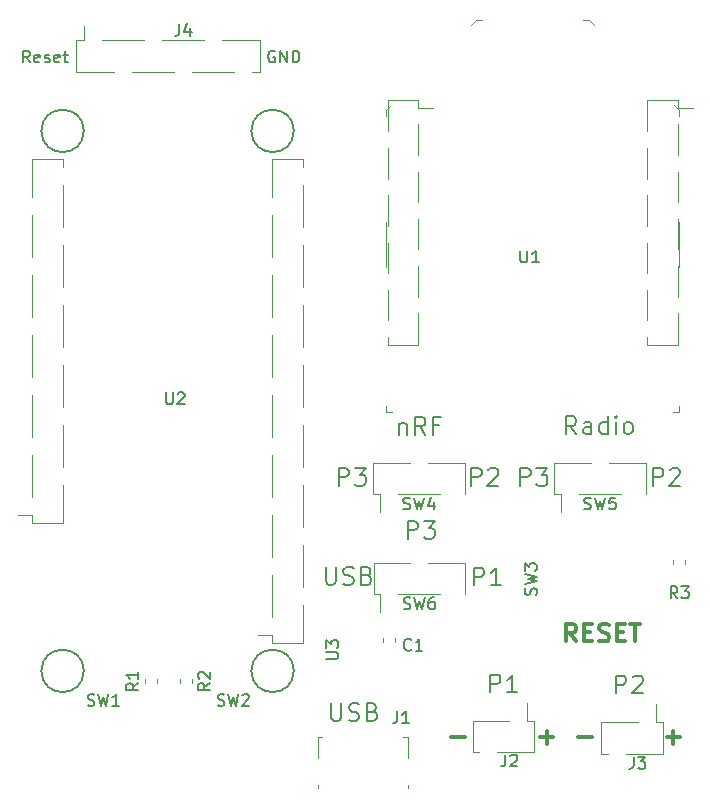
<source format=gto>
G04 #@! TF.GenerationSoftware,KiCad,Pcbnew,(5.0.1)-3*
G04 #@! TF.CreationDate,2019-03-20T13:05:33+01:00*
G04 #@! TF.ProjectId,FeatherWing and xBee motherboard,4665617468657257696E6720616E6420,rev?*
G04 #@! TF.SameCoordinates,Original*
G04 #@! TF.FileFunction,Legend,Top*
G04 #@! TF.FilePolarity,Positive*
%FSLAX46Y46*%
G04 Gerber Fmt 4.6, Leading zero omitted, Abs format (unit mm)*
G04 Created by KiCad (PCBNEW (5.0.1)-3) date 20.03.2019 13:05:33*
%MOMM*%
%LPD*%
G01*
G04 APERTURE LIST*
%ADD10C,0.300000*%
%ADD11C,0.200000*%
%ADD12C,0.150000*%
%ADD13C,0.120000*%
%ADD14C,0.100000*%
G04 APERTURE END LIST*
D10*
X133145428Y-127744571D02*
X132645428Y-127030285D01*
X132288285Y-127744571D02*
X132288285Y-126244571D01*
X132859714Y-126244571D01*
X133002571Y-126316000D01*
X133074000Y-126387428D01*
X133145428Y-126530285D01*
X133145428Y-126744571D01*
X133074000Y-126887428D01*
X133002571Y-126958857D01*
X132859714Y-127030285D01*
X132288285Y-127030285D01*
X133788285Y-126958857D02*
X134288285Y-126958857D01*
X134502571Y-127744571D02*
X133788285Y-127744571D01*
X133788285Y-126244571D01*
X134502571Y-126244571D01*
X135074000Y-127673142D02*
X135288285Y-127744571D01*
X135645428Y-127744571D01*
X135788285Y-127673142D01*
X135859714Y-127601714D01*
X135931142Y-127458857D01*
X135931142Y-127316000D01*
X135859714Y-127173142D01*
X135788285Y-127101714D01*
X135645428Y-127030285D01*
X135359714Y-126958857D01*
X135216857Y-126887428D01*
X135145428Y-126816000D01*
X135074000Y-126673142D01*
X135074000Y-126530285D01*
X135145428Y-126387428D01*
X135216857Y-126316000D01*
X135359714Y-126244571D01*
X135716857Y-126244571D01*
X135931142Y-126316000D01*
X136574000Y-126958857D02*
X137074000Y-126958857D01*
X137288285Y-127744571D02*
X136574000Y-127744571D01*
X136574000Y-126244571D01*
X137288285Y-126244571D01*
X137716857Y-126244571D02*
X138574000Y-126244571D01*
X138145428Y-127744571D02*
X138145428Y-126244571D01*
D11*
X133145428Y-110194571D02*
X132645428Y-109480285D01*
X132288285Y-110194571D02*
X132288285Y-108694571D01*
X132859714Y-108694571D01*
X133002571Y-108766000D01*
X133074000Y-108837428D01*
X133145428Y-108980285D01*
X133145428Y-109194571D01*
X133074000Y-109337428D01*
X133002571Y-109408857D01*
X132859714Y-109480285D01*
X132288285Y-109480285D01*
X134431142Y-110194571D02*
X134431142Y-109408857D01*
X134359714Y-109266000D01*
X134216857Y-109194571D01*
X133931142Y-109194571D01*
X133788285Y-109266000D01*
X134431142Y-110123142D02*
X134288285Y-110194571D01*
X133931142Y-110194571D01*
X133788285Y-110123142D01*
X133716857Y-109980285D01*
X133716857Y-109837428D01*
X133788285Y-109694571D01*
X133931142Y-109623142D01*
X134288285Y-109623142D01*
X134431142Y-109551714D01*
X135788285Y-110194571D02*
X135788285Y-108694571D01*
X135788285Y-110123142D02*
X135645428Y-110194571D01*
X135359714Y-110194571D01*
X135216857Y-110123142D01*
X135145428Y-110051714D01*
X135074000Y-109908857D01*
X135074000Y-109480285D01*
X135145428Y-109337428D01*
X135216857Y-109266000D01*
X135359714Y-109194571D01*
X135645428Y-109194571D01*
X135788285Y-109266000D01*
X136502571Y-110194571D02*
X136502571Y-109194571D01*
X136502571Y-108694571D02*
X136431142Y-108766000D01*
X136502571Y-108837428D01*
X136574000Y-108766000D01*
X136502571Y-108694571D01*
X136502571Y-108837428D01*
X137431142Y-110194571D02*
X137288285Y-110123142D01*
X137216857Y-110051714D01*
X137145428Y-109908857D01*
X137145428Y-109480285D01*
X137216857Y-109337428D01*
X137288285Y-109266000D01*
X137431142Y-109194571D01*
X137645428Y-109194571D01*
X137788285Y-109266000D01*
X137859714Y-109337428D01*
X137931142Y-109480285D01*
X137931142Y-109908857D01*
X137859714Y-110051714D01*
X137788285Y-110123142D01*
X137645428Y-110194571D01*
X137431142Y-110194571D01*
X118159714Y-109244571D02*
X118159714Y-110244571D01*
X118159714Y-109387428D02*
X118231142Y-109316000D01*
X118374000Y-109244571D01*
X118588285Y-109244571D01*
X118731142Y-109316000D01*
X118802571Y-109458857D01*
X118802571Y-110244571D01*
X120374000Y-110244571D02*
X119874000Y-109530285D01*
X119516857Y-110244571D02*
X119516857Y-108744571D01*
X120088285Y-108744571D01*
X120231142Y-108816000D01*
X120302571Y-108887428D01*
X120374000Y-109030285D01*
X120374000Y-109244571D01*
X120302571Y-109387428D01*
X120231142Y-109458857D01*
X120088285Y-109530285D01*
X119516857Y-109530285D01*
X121516857Y-109458857D02*
X121016857Y-109458857D01*
X121016857Y-110244571D02*
X121016857Y-108744571D01*
X121731142Y-108744571D01*
D12*
X107612095Y-77766000D02*
X107516857Y-77718380D01*
X107374000Y-77718380D01*
X107231142Y-77766000D01*
X107135904Y-77861238D01*
X107088285Y-77956476D01*
X107040666Y-78146952D01*
X107040666Y-78289809D01*
X107088285Y-78480285D01*
X107135904Y-78575523D01*
X107231142Y-78670761D01*
X107374000Y-78718380D01*
X107469238Y-78718380D01*
X107612095Y-78670761D01*
X107659714Y-78623142D01*
X107659714Y-78289809D01*
X107469238Y-78289809D01*
X108088285Y-78718380D02*
X108088285Y-77718380D01*
X108659714Y-78718380D01*
X108659714Y-77718380D01*
X109135904Y-78718380D02*
X109135904Y-77718380D01*
X109374000Y-77718380D01*
X109516857Y-77766000D01*
X109612095Y-77861238D01*
X109659714Y-77956476D01*
X109707333Y-78146952D01*
X109707333Y-78289809D01*
X109659714Y-78480285D01*
X109612095Y-78575523D01*
X109516857Y-78670761D01*
X109374000Y-78718380D01*
X109135904Y-78718380D01*
X86885904Y-78718380D02*
X86552571Y-78242190D01*
X86314476Y-78718380D02*
X86314476Y-77718380D01*
X86695428Y-77718380D01*
X86790666Y-77766000D01*
X86838285Y-77813619D01*
X86885904Y-77908857D01*
X86885904Y-78051714D01*
X86838285Y-78146952D01*
X86790666Y-78194571D01*
X86695428Y-78242190D01*
X86314476Y-78242190D01*
X87695428Y-78670761D02*
X87600190Y-78718380D01*
X87409714Y-78718380D01*
X87314476Y-78670761D01*
X87266857Y-78575523D01*
X87266857Y-78194571D01*
X87314476Y-78099333D01*
X87409714Y-78051714D01*
X87600190Y-78051714D01*
X87695428Y-78099333D01*
X87743047Y-78194571D01*
X87743047Y-78289809D01*
X87266857Y-78385047D01*
X88124000Y-78670761D02*
X88219238Y-78718380D01*
X88409714Y-78718380D01*
X88504952Y-78670761D01*
X88552571Y-78575523D01*
X88552571Y-78527904D01*
X88504952Y-78432666D01*
X88409714Y-78385047D01*
X88266857Y-78385047D01*
X88171619Y-78337428D01*
X88124000Y-78242190D01*
X88124000Y-78194571D01*
X88171619Y-78099333D01*
X88266857Y-78051714D01*
X88409714Y-78051714D01*
X88504952Y-78099333D01*
X89362095Y-78670761D02*
X89266857Y-78718380D01*
X89076380Y-78718380D01*
X88981142Y-78670761D01*
X88933523Y-78575523D01*
X88933523Y-78194571D01*
X88981142Y-78099333D01*
X89076380Y-78051714D01*
X89266857Y-78051714D01*
X89362095Y-78099333D01*
X89409714Y-78194571D01*
X89409714Y-78289809D01*
X88933523Y-78385047D01*
X89695428Y-78051714D02*
X90076380Y-78051714D01*
X89838285Y-77718380D02*
X89838285Y-78575523D01*
X89885904Y-78670761D01*
X89981142Y-78718380D01*
X90076380Y-78718380D01*
D10*
X122552571Y-135873142D02*
X123695428Y-135873142D01*
X130052571Y-135873142D02*
X131195428Y-135873142D01*
X130624000Y-136444571D02*
X130624000Y-135301714D01*
X140802571Y-135873142D02*
X141945428Y-135873142D01*
X141374000Y-136444571D02*
X141374000Y-135301714D01*
X133302571Y-135873142D02*
X134445428Y-135873142D01*
D11*
X118866857Y-119044571D02*
X118866857Y-117544571D01*
X119438285Y-117544571D01*
X119581142Y-117616000D01*
X119652571Y-117687428D01*
X119724000Y-117830285D01*
X119724000Y-118044571D01*
X119652571Y-118187428D01*
X119581142Y-118258857D01*
X119438285Y-118330285D01*
X118866857Y-118330285D01*
X120224000Y-117544571D02*
X121152571Y-117544571D01*
X120652571Y-118116000D01*
X120866857Y-118116000D01*
X121009714Y-118187428D01*
X121081142Y-118258857D01*
X121152571Y-118401714D01*
X121152571Y-118758857D01*
X121081142Y-118901714D01*
X121009714Y-118973142D01*
X120866857Y-119044571D01*
X120438285Y-119044571D01*
X120295428Y-118973142D01*
X120224000Y-118901714D01*
X124266857Y-114549571D02*
X124266857Y-113049571D01*
X124838285Y-113049571D01*
X124981142Y-113121000D01*
X125052571Y-113192428D01*
X125124000Y-113335285D01*
X125124000Y-113549571D01*
X125052571Y-113692428D01*
X124981142Y-113763857D01*
X124838285Y-113835285D01*
X124266857Y-113835285D01*
X125695428Y-113192428D02*
X125766857Y-113121000D01*
X125909714Y-113049571D01*
X126266857Y-113049571D01*
X126409714Y-113121000D01*
X126481142Y-113192428D01*
X126552571Y-113335285D01*
X126552571Y-113478142D01*
X126481142Y-113692428D01*
X125624000Y-114549571D01*
X126552571Y-114549571D01*
X139666857Y-114549571D02*
X139666857Y-113049571D01*
X140238285Y-113049571D01*
X140381142Y-113121000D01*
X140452571Y-113192428D01*
X140524000Y-113335285D01*
X140524000Y-113549571D01*
X140452571Y-113692428D01*
X140381142Y-113763857D01*
X140238285Y-113835285D01*
X139666857Y-113835285D01*
X141095428Y-113192428D02*
X141166857Y-113121000D01*
X141309714Y-113049571D01*
X141666857Y-113049571D01*
X141809714Y-113121000D01*
X141881142Y-113192428D01*
X141952571Y-113335285D01*
X141952571Y-113478142D01*
X141881142Y-113692428D01*
X141024000Y-114549571D01*
X141952571Y-114549571D01*
X124466857Y-122994571D02*
X124466857Y-121494571D01*
X125038285Y-121494571D01*
X125181142Y-121566000D01*
X125252571Y-121637428D01*
X125324000Y-121780285D01*
X125324000Y-121994571D01*
X125252571Y-122137428D01*
X125181142Y-122208857D01*
X125038285Y-122280285D01*
X124466857Y-122280285D01*
X126752571Y-122994571D02*
X125895428Y-122994571D01*
X126324000Y-122994571D02*
X126324000Y-121494571D01*
X126181142Y-121708857D01*
X126038285Y-121851714D01*
X125895428Y-121923142D01*
X136501157Y-132136571D02*
X136501157Y-130636571D01*
X137072585Y-130636571D01*
X137215442Y-130708000D01*
X137286871Y-130779428D01*
X137358300Y-130922285D01*
X137358300Y-131136571D01*
X137286871Y-131279428D01*
X137215442Y-131350857D01*
X137072585Y-131422285D01*
X136501157Y-131422285D01*
X137929728Y-130779428D02*
X138001157Y-130708000D01*
X138144014Y-130636571D01*
X138501157Y-130636571D01*
X138644014Y-130708000D01*
X138715442Y-130779428D01*
X138786871Y-130922285D01*
X138786871Y-131065142D01*
X138715442Y-131279428D01*
X137858300Y-132136571D01*
X138786871Y-132136571D01*
X125866857Y-132044571D02*
X125866857Y-130544571D01*
X126438285Y-130544571D01*
X126581142Y-130616000D01*
X126652571Y-130687428D01*
X126724000Y-130830285D01*
X126724000Y-131044571D01*
X126652571Y-131187428D01*
X126581142Y-131258857D01*
X126438285Y-131330285D01*
X125866857Y-131330285D01*
X128152571Y-132044571D02*
X127295428Y-132044571D01*
X127724000Y-132044571D02*
X127724000Y-130544571D01*
X127581142Y-130758857D01*
X127438285Y-130901714D01*
X127295428Y-130973142D01*
X113016857Y-114549571D02*
X113016857Y-113049571D01*
X113588285Y-113049571D01*
X113731142Y-113121000D01*
X113802571Y-113192428D01*
X113874000Y-113335285D01*
X113874000Y-113549571D01*
X113802571Y-113692428D01*
X113731142Y-113763857D01*
X113588285Y-113835285D01*
X113016857Y-113835285D01*
X114374000Y-113049571D02*
X115302571Y-113049571D01*
X114802571Y-113621000D01*
X115016857Y-113621000D01*
X115159714Y-113692428D01*
X115231142Y-113763857D01*
X115302571Y-113906714D01*
X115302571Y-114263857D01*
X115231142Y-114406714D01*
X115159714Y-114478142D01*
X115016857Y-114549571D01*
X114588285Y-114549571D01*
X114445428Y-114478142D01*
X114374000Y-114406714D01*
X111931142Y-121444571D02*
X111931142Y-122658857D01*
X112002571Y-122801714D01*
X112074000Y-122873142D01*
X112216857Y-122944571D01*
X112502571Y-122944571D01*
X112645428Y-122873142D01*
X112716857Y-122801714D01*
X112788285Y-122658857D01*
X112788285Y-121444571D01*
X113431142Y-122873142D02*
X113645428Y-122944571D01*
X114002571Y-122944571D01*
X114145428Y-122873142D01*
X114216857Y-122801714D01*
X114288285Y-122658857D01*
X114288285Y-122516000D01*
X114216857Y-122373142D01*
X114145428Y-122301714D01*
X114002571Y-122230285D01*
X113716857Y-122158857D01*
X113574000Y-122087428D01*
X113502571Y-122016000D01*
X113431142Y-121873142D01*
X113431142Y-121730285D01*
X113502571Y-121587428D01*
X113574000Y-121516000D01*
X113716857Y-121444571D01*
X114074000Y-121444571D01*
X114288285Y-121516000D01*
X115431142Y-122158857D02*
X115645428Y-122230285D01*
X115716857Y-122301714D01*
X115788285Y-122444571D01*
X115788285Y-122658857D01*
X115716857Y-122801714D01*
X115645428Y-122873142D01*
X115502571Y-122944571D01*
X114931142Y-122944571D01*
X114931142Y-121444571D01*
X115431142Y-121444571D01*
X115574000Y-121516000D01*
X115645428Y-121587428D01*
X115716857Y-121730285D01*
X115716857Y-121873142D01*
X115645428Y-122016000D01*
X115574000Y-122087428D01*
X115431142Y-122158857D01*
X114931142Y-122158857D01*
X112385942Y-132972571D02*
X112385942Y-134186857D01*
X112457371Y-134329714D01*
X112528800Y-134401142D01*
X112671657Y-134472571D01*
X112957371Y-134472571D01*
X113100228Y-134401142D01*
X113171657Y-134329714D01*
X113243085Y-134186857D01*
X113243085Y-132972571D01*
X113885942Y-134401142D02*
X114100228Y-134472571D01*
X114457371Y-134472571D01*
X114600228Y-134401142D01*
X114671657Y-134329714D01*
X114743085Y-134186857D01*
X114743085Y-134044000D01*
X114671657Y-133901142D01*
X114600228Y-133829714D01*
X114457371Y-133758285D01*
X114171657Y-133686857D01*
X114028800Y-133615428D01*
X113957371Y-133544000D01*
X113885942Y-133401142D01*
X113885942Y-133258285D01*
X113957371Y-133115428D01*
X114028800Y-133044000D01*
X114171657Y-132972571D01*
X114528800Y-132972571D01*
X114743085Y-133044000D01*
X115885942Y-133686857D02*
X116100228Y-133758285D01*
X116171657Y-133829714D01*
X116243085Y-133972571D01*
X116243085Y-134186857D01*
X116171657Y-134329714D01*
X116100228Y-134401142D01*
X115957371Y-134472571D01*
X115385942Y-134472571D01*
X115385942Y-132972571D01*
X115885942Y-132972571D01*
X116028800Y-133044000D01*
X116100228Y-133115428D01*
X116171657Y-133258285D01*
X116171657Y-133401142D01*
X116100228Y-133544000D01*
X116028800Y-133615428D01*
X115885942Y-133686857D01*
X115385942Y-133686857D01*
X128416857Y-114549571D02*
X128416857Y-113049571D01*
X128988285Y-113049571D01*
X129131142Y-113121000D01*
X129202571Y-113192428D01*
X129274000Y-113335285D01*
X129274000Y-113549571D01*
X129202571Y-113692428D01*
X129131142Y-113763857D01*
X128988285Y-113835285D01*
X128416857Y-113835285D01*
X129774000Y-113049571D02*
X130702571Y-113049571D01*
X130202571Y-113621000D01*
X130416857Y-113621000D01*
X130559714Y-113692428D01*
X130631142Y-113763857D01*
X130702571Y-113906714D01*
X130702571Y-114263857D01*
X130631142Y-114406714D01*
X130559714Y-114478142D01*
X130416857Y-114549571D01*
X129988285Y-114549571D01*
X129845428Y-114478142D01*
X129774000Y-114406714D01*
D12*
X98408895Y-106660380D02*
X98408895Y-107469904D01*
X98456514Y-107565142D01*
X98504133Y-107612761D01*
X98599371Y-107660380D01*
X98789847Y-107660380D01*
X98885085Y-107612761D01*
X98932704Y-107565142D01*
X98980323Y-107469904D01*
X98980323Y-106660380D01*
X99408895Y-106755619D02*
X99456514Y-106708000D01*
X99551752Y-106660380D01*
X99789847Y-106660380D01*
X99885085Y-106708000D01*
X99932704Y-106755619D01*
X99980323Y-106850857D01*
X99980323Y-106946095D01*
X99932704Y-107088952D01*
X99361276Y-107660380D01*
X99980323Y-107660380D01*
D13*
G04 #@! TO.C,J1*
X118880800Y-135848000D02*
X118500800Y-135848000D01*
X118880800Y-139898000D02*
X118880800Y-140158000D01*
X118880800Y-135848000D02*
X118880800Y-137618000D01*
X111260800Y-135848000D02*
X111640800Y-135848000D01*
X111260800Y-137618000D02*
X111260800Y-135848000D01*
X111260800Y-140158000D02*
X111260800Y-139898000D01*
G04 #@! TO.C,R1*
X96590800Y-130941733D02*
X96590800Y-131284267D01*
X97610800Y-130941733D02*
X97610800Y-131284267D01*
G04 #@! TO.C,R2*
X100610800Y-130941733D02*
X100610800Y-131284267D01*
X99590800Y-130941733D02*
X99590800Y-131284267D01*
G04 #@! TO.C,SW4*
X115964000Y-115296000D02*
X115964000Y-112636000D01*
X123704000Y-115296000D02*
X123704000Y-112636000D01*
X115964000Y-112636000D02*
X119074000Y-112636000D01*
X116534000Y-115296000D02*
X116534000Y-116816000D01*
X115964000Y-115296000D02*
X116534000Y-115296000D01*
X123134000Y-112636000D02*
X123704000Y-112636000D01*
X120594000Y-112636000D02*
X123704000Y-112636000D01*
X118054000Y-115296000D02*
X121614000Y-115296000D01*
G04 #@! TO.C,SW5*
X133368800Y-115296000D02*
X136928800Y-115296000D01*
X135908800Y-112636000D02*
X139018800Y-112636000D01*
X138448800Y-112636000D02*
X139018800Y-112636000D01*
X131278800Y-115296000D02*
X131848800Y-115296000D01*
X131848800Y-115296000D02*
X131848800Y-116816000D01*
X131278800Y-112636000D02*
X134388800Y-112636000D01*
X139018800Y-115296000D02*
X139018800Y-112636000D01*
X131278800Y-115296000D02*
X131278800Y-112636000D01*
G04 #@! TO.C,C1*
X117834000Y-127465733D02*
X117834000Y-127808267D01*
X116814000Y-127465733D02*
X116814000Y-127808267D01*
G04 #@! TO.C,U1*
X139164000Y-81906000D02*
X141784000Y-81906000D01*
X141784000Y-81906000D02*
X141784000Y-82556000D01*
X141784000Y-83976000D02*
X141784000Y-86556000D01*
X141784000Y-87976000D02*
X141784000Y-90556000D01*
X141784000Y-91976000D02*
X141784000Y-94556000D01*
X141784000Y-95976000D02*
X141784000Y-98556000D01*
X141784000Y-99976000D02*
X141784000Y-102626000D01*
X139164000Y-102626000D02*
X141784000Y-102626000D01*
X139164000Y-81906000D02*
X139164000Y-84556000D01*
X139164000Y-85976000D02*
X139164000Y-88556000D01*
X139164000Y-89976000D02*
X139164000Y-92556000D01*
X139164000Y-93976000D02*
X139164000Y-96556000D01*
X139164000Y-97976000D02*
X139164000Y-100556000D01*
X139164000Y-101976000D02*
X139164000Y-102626000D01*
X141784000Y-82556000D02*
X143014000Y-82556000D01*
X117164000Y-81906000D02*
X119784000Y-81906000D01*
X119784000Y-81906000D02*
X119784000Y-82556000D01*
X119784000Y-83976000D02*
X119784000Y-86556000D01*
X119784000Y-87976000D02*
X119784000Y-90556000D01*
X119784000Y-91976000D02*
X119784000Y-94556000D01*
X119784000Y-95976000D02*
X119784000Y-98556000D01*
X119784000Y-99976000D02*
X119784000Y-102626000D01*
X117164000Y-102626000D02*
X119784000Y-102626000D01*
X117164000Y-81906000D02*
X117164000Y-84556000D01*
X117164000Y-85976000D02*
X117164000Y-88556000D01*
X117164000Y-89976000D02*
X117164000Y-92556000D01*
X117164000Y-93976000D02*
X117164000Y-96556000D01*
X117164000Y-97976000D02*
X117164000Y-100556000D01*
X117164000Y-101976000D02*
X117164000Y-102626000D01*
X119784000Y-82556000D02*
X121014000Y-82556000D01*
D14*
X141854000Y-108316000D02*
X141354000Y-108316000D01*
X141854000Y-108316000D02*
X141854000Y-107816000D01*
X117054000Y-108316000D02*
X117554000Y-108316000D01*
X117054000Y-108316000D02*
X117054000Y-107816000D01*
X117054000Y-82716000D02*
X117054000Y-83216000D01*
X117054000Y-82716000D02*
X117454000Y-82316000D01*
X141854000Y-82716000D02*
X141454000Y-82316000D01*
X141854000Y-82716000D02*
X141854000Y-83216000D01*
X124654000Y-75116000D02*
X124254000Y-75516000D01*
X124654000Y-75116000D02*
X125154000Y-75116000D01*
X134254000Y-75116000D02*
X133754000Y-75116000D01*
X134254000Y-75116000D02*
X134654000Y-75516000D01*
X117054000Y-92216000D02*
X117054000Y-96016000D01*
X141854000Y-92216000D02*
X141854000Y-96016000D01*
D13*
G04 #@! TO.C,U2*
X87054532Y-117026070D02*
X85844532Y-117026070D01*
X89714532Y-87566070D02*
X89714532Y-86896070D01*
X89714532Y-92646070D02*
X89714532Y-89086070D01*
X89714532Y-97726070D02*
X89714532Y-94166070D01*
X89714532Y-102806070D02*
X89714532Y-99246070D01*
X89714532Y-107886070D02*
X89714532Y-104326070D01*
X89714532Y-112966070D02*
X89714532Y-109406070D01*
X89714532Y-117696070D02*
X89714532Y-114486070D01*
X89714532Y-86896070D02*
X87054532Y-86896070D01*
X87054532Y-90106070D02*
X87054532Y-86896070D01*
X87054532Y-95186070D02*
X87054532Y-91626070D01*
X87054532Y-100266070D02*
X87054532Y-96706070D01*
X87054532Y-105346070D02*
X87054532Y-101786070D01*
X87054532Y-110426070D02*
X87054532Y-106866070D01*
X87054532Y-115506070D02*
X87054532Y-111946070D01*
X87054532Y-117696070D02*
X87054532Y-117026070D01*
X89714532Y-117696070D02*
X87054532Y-117696070D01*
X107370268Y-127188000D02*
X106160268Y-127188000D01*
X110030268Y-87568000D02*
X110030268Y-86898000D01*
X110030268Y-92648000D02*
X110030268Y-89088000D01*
X110030268Y-97728000D02*
X110030268Y-94168000D01*
X110030268Y-102808000D02*
X110030268Y-99248000D01*
X110030268Y-107888000D02*
X110030268Y-104328000D01*
X110030268Y-112968000D02*
X110030268Y-109408000D01*
X110030268Y-118048000D02*
X110030268Y-114488000D01*
X110030268Y-123128000D02*
X110030268Y-119568000D01*
X110030268Y-127858000D02*
X110030268Y-124648000D01*
X110030268Y-86898000D02*
X107370268Y-86898000D01*
X107370268Y-90108000D02*
X107370268Y-86898000D01*
X107370268Y-95188000D02*
X107370268Y-91628000D01*
X107370268Y-100268000D02*
X107370268Y-96708000D01*
X107370268Y-105348000D02*
X107370268Y-101788000D01*
X107370268Y-110428000D02*
X107370268Y-106868000D01*
X107370268Y-115508000D02*
X107370268Y-111948000D01*
X107370268Y-120588000D02*
X107370268Y-117028000D01*
X107370268Y-125668000D02*
X107370268Y-122108000D01*
X107370268Y-127858000D02*
X107370268Y-127188000D01*
X110030268Y-127858000D02*
X107370268Y-127858000D01*
D12*
X91446319Y-84518000D02*
G75*
G03X91446319Y-84518000I-1796051J0D01*
G01*
X91446319Y-130238000D02*
G75*
G03X91446319Y-130238000I-1796051J0D01*
G01*
X109226319Y-130238000D02*
G75*
G03X109226319Y-130238000I-1796051J0D01*
G01*
X109226319Y-84518000D02*
G75*
G03X109226319Y-84518000I-1796051J0D01*
G01*
D13*
G04 #@! TO.C,J2*
X129578800Y-134475000D02*
X129578800Y-137135000D01*
X124378800Y-134475000D02*
X124378800Y-137135000D01*
X129578800Y-137135000D02*
X126468800Y-137135000D01*
X129008800Y-134475000D02*
X129008800Y-132955000D01*
X129578800Y-134475000D02*
X129008800Y-134475000D01*
X124948800Y-137135000D02*
X124378800Y-137135000D01*
X127488800Y-134475000D02*
X124378800Y-134475000D01*
G04 #@! TO.C,J3*
X138388300Y-134578000D02*
X135278300Y-134578000D01*
X135848300Y-137238000D02*
X135278300Y-137238000D01*
X140478300Y-134578000D02*
X139908300Y-134578000D01*
X139908300Y-134578000D02*
X139908300Y-133058000D01*
X140478300Y-137238000D02*
X137368300Y-137238000D01*
X135278300Y-134578000D02*
X135278300Y-137238000D01*
X140478300Y-134578000D02*
X140478300Y-137238000D01*
G04 #@! TO.C,R3*
X141364000Y-121162267D02*
X141364000Y-120819733D01*
X142384000Y-121162267D02*
X142384000Y-120819733D01*
G04 #@! TO.C,J4*
X90787400Y-79498000D02*
X90787400Y-76838000D01*
X90787400Y-76838000D02*
X91457400Y-76838000D01*
X92977400Y-76838000D02*
X96537400Y-76838000D01*
X98057400Y-76838000D02*
X101617400Y-76838000D01*
X103137400Y-76838000D02*
X106347400Y-76838000D01*
X106347400Y-79498000D02*
X106347400Y-76838000D01*
X90787400Y-79498000D02*
X93997400Y-79498000D01*
X95517400Y-79498000D02*
X99077400Y-79498000D01*
X100597400Y-79498000D02*
X104157400Y-79498000D01*
X105677400Y-79498000D02*
X106347400Y-79498000D01*
X91457400Y-76838000D02*
X91457400Y-75628000D01*
G04 #@! TO.C,SW6*
X118084000Y-123741000D02*
X121644000Y-123741000D01*
X120624000Y-121081000D02*
X123734000Y-121081000D01*
X123164000Y-121081000D02*
X123734000Y-121081000D01*
X115994000Y-123741000D02*
X116564000Y-123741000D01*
X116564000Y-123741000D02*
X116564000Y-125261000D01*
X115994000Y-121081000D02*
X119104000Y-121081000D01*
X123734000Y-123741000D02*
X123734000Y-121081000D01*
X115994000Y-123741000D02*
X115994000Y-121081000D01*
G04 #@! TO.C,*
D12*
G04 #@! TO.C,J1*
X117977466Y-133660380D02*
X117977466Y-134374666D01*
X117929847Y-134517523D01*
X117834609Y-134612761D01*
X117691752Y-134660380D01*
X117596514Y-134660380D01*
X118977466Y-134660380D02*
X118406038Y-134660380D01*
X118691752Y-134660380D02*
X118691752Y-133660380D01*
X118596514Y-133803238D01*
X118501276Y-133898476D01*
X118406038Y-133946095D01*
G04 #@! TO.C,R1*
X96053180Y-131279666D02*
X95576990Y-131613000D01*
X96053180Y-131851095D02*
X95053180Y-131851095D01*
X95053180Y-131470142D01*
X95100800Y-131374904D01*
X95148419Y-131327285D01*
X95243657Y-131279666D01*
X95386514Y-131279666D01*
X95481752Y-131327285D01*
X95529371Y-131374904D01*
X95576990Y-131470142D01*
X95576990Y-131851095D01*
X96053180Y-130327285D02*
X96053180Y-130898714D01*
X96053180Y-130613000D02*
X95053180Y-130613000D01*
X95196038Y-130708238D01*
X95291276Y-130803476D01*
X95338895Y-130898714D01*
G04 #@! TO.C,R2*
X102126380Y-131279666D02*
X101650190Y-131613000D01*
X102126380Y-131851095D02*
X101126380Y-131851095D01*
X101126380Y-131470142D01*
X101174000Y-131374904D01*
X101221619Y-131327285D01*
X101316857Y-131279666D01*
X101459714Y-131279666D01*
X101554952Y-131327285D01*
X101602571Y-131374904D01*
X101650190Y-131470142D01*
X101650190Y-131851095D01*
X101221619Y-130898714D02*
X101174000Y-130851095D01*
X101126380Y-130755857D01*
X101126380Y-130517761D01*
X101174000Y-130422523D01*
X101221619Y-130374904D01*
X101316857Y-130327285D01*
X101412095Y-130327285D01*
X101554952Y-130374904D01*
X102126380Y-130946333D01*
X102126380Y-130327285D01*
G04 #@! TO.C,SW4*
X118500666Y-116525761D02*
X118643523Y-116573380D01*
X118881619Y-116573380D01*
X118976857Y-116525761D01*
X119024476Y-116478142D01*
X119072095Y-116382904D01*
X119072095Y-116287666D01*
X119024476Y-116192428D01*
X118976857Y-116144809D01*
X118881619Y-116097190D01*
X118691142Y-116049571D01*
X118595904Y-116001952D01*
X118548285Y-115954333D01*
X118500666Y-115859095D01*
X118500666Y-115763857D01*
X118548285Y-115668619D01*
X118595904Y-115621000D01*
X118691142Y-115573380D01*
X118929238Y-115573380D01*
X119072095Y-115621000D01*
X119405428Y-115573380D02*
X119643523Y-116573380D01*
X119834000Y-115859095D01*
X120024476Y-116573380D01*
X120262571Y-115573380D01*
X121072095Y-115906714D02*
X121072095Y-116573380D01*
X120834000Y-115525761D02*
X120595904Y-116240047D01*
X121214952Y-116240047D01*
G04 #@! TO.C,SW5*
X133815466Y-116525761D02*
X133958323Y-116573380D01*
X134196419Y-116573380D01*
X134291657Y-116525761D01*
X134339276Y-116478142D01*
X134386895Y-116382904D01*
X134386895Y-116287666D01*
X134339276Y-116192428D01*
X134291657Y-116144809D01*
X134196419Y-116097190D01*
X134005942Y-116049571D01*
X133910704Y-116001952D01*
X133863085Y-115954333D01*
X133815466Y-115859095D01*
X133815466Y-115763857D01*
X133863085Y-115668619D01*
X133910704Y-115621000D01*
X134005942Y-115573380D01*
X134244038Y-115573380D01*
X134386895Y-115621000D01*
X134720228Y-115573380D02*
X134958323Y-116573380D01*
X135148800Y-115859095D01*
X135339276Y-116573380D01*
X135577371Y-115573380D01*
X136434514Y-115573380D02*
X135958323Y-115573380D01*
X135910704Y-116049571D01*
X135958323Y-116001952D01*
X136053561Y-115954333D01*
X136291657Y-115954333D01*
X136386895Y-116001952D01*
X136434514Y-116049571D01*
X136482133Y-116144809D01*
X136482133Y-116382904D01*
X136434514Y-116478142D01*
X136386895Y-116525761D01*
X136291657Y-116573380D01*
X136053561Y-116573380D01*
X135958323Y-116525761D01*
X135910704Y-116478142D01*
G04 #@! TO.C,C1*
X119157333Y-128423142D02*
X119109714Y-128470761D01*
X118966857Y-128518380D01*
X118871619Y-128518380D01*
X118728761Y-128470761D01*
X118633523Y-128375523D01*
X118585904Y-128280285D01*
X118538285Y-128089809D01*
X118538285Y-127946952D01*
X118585904Y-127756476D01*
X118633523Y-127661238D01*
X118728761Y-127566000D01*
X118871619Y-127518380D01*
X118966857Y-127518380D01*
X119109714Y-127566000D01*
X119157333Y-127613619D01*
X120109714Y-128518380D02*
X119538285Y-128518380D01*
X119824000Y-128518380D02*
X119824000Y-127518380D01*
X119728761Y-127661238D01*
X119633523Y-127756476D01*
X119538285Y-127804095D01*
G04 #@! TO.C,U1*
X128408895Y-94660380D02*
X128408895Y-95469904D01*
X128456514Y-95565142D01*
X128504133Y-95612761D01*
X128599371Y-95660380D01*
X128789847Y-95660380D01*
X128885085Y-95612761D01*
X128932704Y-95565142D01*
X128980323Y-95469904D01*
X128980323Y-94660380D01*
X129980323Y-95660380D02*
X129408895Y-95660380D01*
X129694609Y-95660380D02*
X129694609Y-94660380D01*
X129599371Y-94803238D01*
X129504133Y-94898476D01*
X129408895Y-94946095D01*
G04 #@! TO.C,SW1*
X91767466Y-133142761D02*
X91910323Y-133190380D01*
X92148419Y-133190380D01*
X92243657Y-133142761D01*
X92291276Y-133095142D01*
X92338895Y-132999904D01*
X92338895Y-132904666D01*
X92291276Y-132809428D01*
X92243657Y-132761809D01*
X92148419Y-132714190D01*
X91957942Y-132666571D01*
X91862704Y-132618952D01*
X91815085Y-132571333D01*
X91767466Y-132476095D01*
X91767466Y-132380857D01*
X91815085Y-132285619D01*
X91862704Y-132238000D01*
X91957942Y-132190380D01*
X92196038Y-132190380D01*
X92338895Y-132238000D01*
X92672228Y-132190380D02*
X92910323Y-133190380D01*
X93100800Y-132476095D01*
X93291276Y-133190380D01*
X93529371Y-132190380D01*
X94434133Y-133190380D02*
X93862704Y-133190380D01*
X94148419Y-133190380D02*
X94148419Y-132190380D01*
X94053180Y-132333238D01*
X93957942Y-132428476D01*
X93862704Y-132476095D01*
G04 #@! TO.C,SW2*
X102767466Y-133142761D02*
X102910323Y-133190380D01*
X103148419Y-133190380D01*
X103243657Y-133142761D01*
X103291276Y-133095142D01*
X103338895Y-132999904D01*
X103338895Y-132904666D01*
X103291276Y-132809428D01*
X103243657Y-132761809D01*
X103148419Y-132714190D01*
X102957942Y-132666571D01*
X102862704Y-132618952D01*
X102815085Y-132571333D01*
X102767466Y-132476095D01*
X102767466Y-132380857D01*
X102815085Y-132285619D01*
X102862704Y-132238000D01*
X102957942Y-132190380D01*
X103196038Y-132190380D01*
X103338895Y-132238000D01*
X103672228Y-132190380D02*
X103910323Y-133190380D01*
X104100800Y-132476095D01*
X104291276Y-133190380D01*
X104529371Y-132190380D01*
X104862704Y-132285619D02*
X104910323Y-132238000D01*
X105005561Y-132190380D01*
X105243657Y-132190380D01*
X105338895Y-132238000D01*
X105386514Y-132285619D01*
X105434133Y-132380857D01*
X105434133Y-132476095D01*
X105386514Y-132618952D01*
X104815085Y-133190380D01*
X105434133Y-133190380D01*
G04 #@! TO.C,J2*
X127140666Y-137318380D02*
X127140666Y-138032666D01*
X127093047Y-138175523D01*
X126997809Y-138270761D01*
X126854952Y-138318380D01*
X126759714Y-138318380D01*
X127569238Y-137413619D02*
X127616857Y-137366000D01*
X127712095Y-137318380D01*
X127950190Y-137318380D01*
X128045428Y-137366000D01*
X128093047Y-137413619D01*
X128140666Y-137508857D01*
X128140666Y-137604095D01*
X128093047Y-137746952D01*
X127521619Y-138318380D01*
X128140666Y-138318380D01*
G04 #@! TO.C,J3*
X137990666Y-137518380D02*
X137990666Y-138232666D01*
X137943047Y-138375523D01*
X137847809Y-138470761D01*
X137704952Y-138518380D01*
X137609714Y-138518380D01*
X138371619Y-137518380D02*
X138990666Y-137518380D01*
X138657333Y-137899333D01*
X138800190Y-137899333D01*
X138895428Y-137946952D01*
X138943047Y-137994571D01*
X138990666Y-138089809D01*
X138990666Y-138327904D01*
X138943047Y-138423142D01*
X138895428Y-138470761D01*
X138800190Y-138518380D01*
X138514476Y-138518380D01*
X138419238Y-138470761D01*
X138371619Y-138423142D01*
G04 #@! TO.C,R3*
X141704133Y-124089380D02*
X141370800Y-123613190D01*
X141132704Y-124089380D02*
X141132704Y-123089380D01*
X141513657Y-123089380D01*
X141608895Y-123137000D01*
X141656514Y-123184619D01*
X141704133Y-123279857D01*
X141704133Y-123422714D01*
X141656514Y-123517952D01*
X141608895Y-123565571D01*
X141513657Y-123613190D01*
X141132704Y-123613190D01*
X142037466Y-123089380D02*
X142656514Y-123089380D01*
X142323180Y-123470333D01*
X142466038Y-123470333D01*
X142561276Y-123517952D01*
X142608895Y-123565571D01*
X142656514Y-123660809D01*
X142656514Y-123898904D01*
X142608895Y-123994142D01*
X142561276Y-124041761D01*
X142466038Y-124089380D01*
X142180323Y-124089380D01*
X142085085Y-124041761D01*
X142037466Y-123994142D01*
G04 #@! TO.C,J4*
X99540666Y-75468380D02*
X99540666Y-76182666D01*
X99493047Y-76325523D01*
X99397809Y-76420761D01*
X99254952Y-76468380D01*
X99159714Y-76468380D01*
X100445428Y-75801714D02*
X100445428Y-76468380D01*
X100207333Y-75420761D02*
X99969238Y-76135047D01*
X100588285Y-76135047D01*
G04 #@! TO.C,SW6*
X118535866Y-124965761D02*
X118678723Y-125013380D01*
X118916819Y-125013380D01*
X119012057Y-124965761D01*
X119059676Y-124918142D01*
X119107295Y-124822904D01*
X119107295Y-124727666D01*
X119059676Y-124632428D01*
X119012057Y-124584809D01*
X118916819Y-124537190D01*
X118726342Y-124489571D01*
X118631104Y-124441952D01*
X118583485Y-124394333D01*
X118535866Y-124299095D01*
X118535866Y-124203857D01*
X118583485Y-124108619D01*
X118631104Y-124061000D01*
X118726342Y-124013380D01*
X118964438Y-124013380D01*
X119107295Y-124061000D01*
X119440628Y-124013380D02*
X119678723Y-125013380D01*
X119869200Y-124299095D01*
X120059676Y-125013380D01*
X120297771Y-124013380D01*
X121107295Y-124013380D02*
X120916819Y-124013380D01*
X120821580Y-124061000D01*
X120773961Y-124108619D01*
X120678723Y-124251476D01*
X120631104Y-124441952D01*
X120631104Y-124822904D01*
X120678723Y-124918142D01*
X120726342Y-124965761D01*
X120821580Y-125013380D01*
X121012057Y-125013380D01*
X121107295Y-124965761D01*
X121154914Y-124918142D01*
X121202533Y-124822904D01*
X121202533Y-124584809D01*
X121154914Y-124489571D01*
X121107295Y-124441952D01*
X121012057Y-124394333D01*
X120821580Y-124394333D01*
X120726342Y-124441952D01*
X120678723Y-124489571D01*
X120631104Y-124584809D01*
G04 #@! TO.C,SW3*
X129728761Y-123799333D02*
X129776380Y-123656476D01*
X129776380Y-123418380D01*
X129728761Y-123323142D01*
X129681142Y-123275523D01*
X129585904Y-123227904D01*
X129490666Y-123227904D01*
X129395428Y-123275523D01*
X129347809Y-123323142D01*
X129300190Y-123418380D01*
X129252571Y-123608857D01*
X129204952Y-123704095D01*
X129157333Y-123751714D01*
X129062095Y-123799333D01*
X128966857Y-123799333D01*
X128871619Y-123751714D01*
X128824000Y-123704095D01*
X128776380Y-123608857D01*
X128776380Y-123370761D01*
X128824000Y-123227904D01*
X128776380Y-122894571D02*
X129776380Y-122656476D01*
X129062095Y-122466000D01*
X129776380Y-122275523D01*
X128776380Y-122037428D01*
X128776380Y-121751714D02*
X128776380Y-121132666D01*
X129157333Y-121466000D01*
X129157333Y-121323142D01*
X129204952Y-121227904D01*
X129252571Y-121180285D01*
X129347809Y-121132666D01*
X129585904Y-121132666D01*
X129681142Y-121180285D01*
X129728761Y-121227904D01*
X129776380Y-121323142D01*
X129776380Y-121608857D01*
X129728761Y-121704095D01*
X129681142Y-121751714D01*
G04 #@! TO.C,U3*
X111976380Y-129227904D02*
X112785904Y-129227904D01*
X112881142Y-129180285D01*
X112928761Y-129132666D01*
X112976380Y-129037428D01*
X112976380Y-128846952D01*
X112928761Y-128751714D01*
X112881142Y-128704095D01*
X112785904Y-128656476D01*
X111976380Y-128656476D01*
X111976380Y-128275523D02*
X111976380Y-127656476D01*
X112357333Y-127989809D01*
X112357333Y-127846952D01*
X112404952Y-127751714D01*
X112452571Y-127704095D01*
X112547809Y-127656476D01*
X112785904Y-127656476D01*
X112881142Y-127704095D01*
X112928761Y-127751714D01*
X112976380Y-127846952D01*
X112976380Y-128132666D01*
X112928761Y-128227904D01*
X112881142Y-128275523D01*
G04 #@! TD*
M02*

</source>
